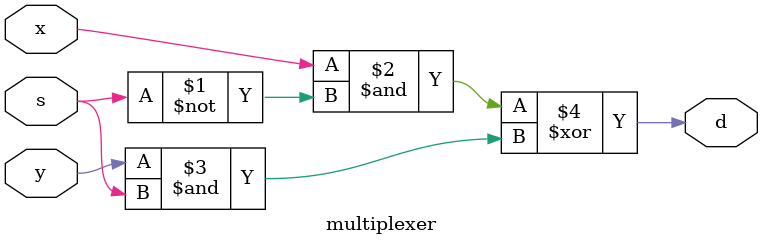
<source format=v>
module multiplexer(x,y,s,d);
parameter WIDTH=1;

input [WIDTH-1:0]x,y;
input s;
output [WIDTH-1:0]d;


assign d=(x & {(WIDTH){~s}}) ^ (y & {(WIDTH){s}});

endmodule
</source>
